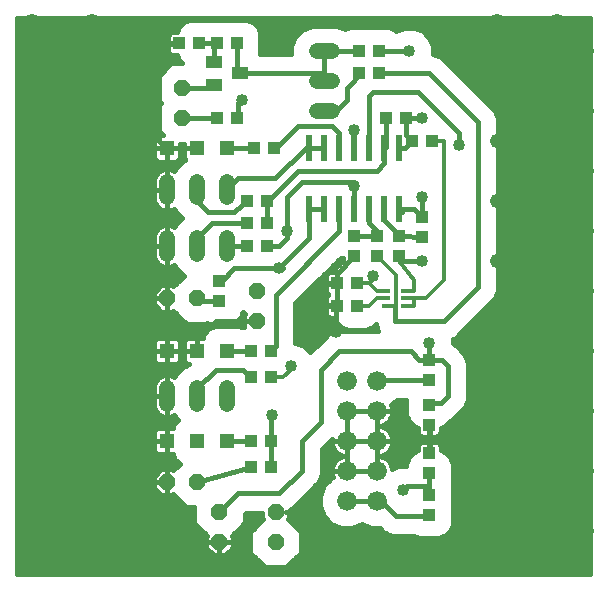
<source format=gtl>
G75*
%MOIN*%
%OFA0B0*%
%FSLAX25Y25*%
%IPPOS*%
%LPD*%
%AMOC8*
5,1,8,0,0,1.08239X$1,22.5*
%
%ADD10R,0.02362X0.08661*%
%ADD11R,0.04331X0.03937*%
%ADD12OC8,0.05200*%
%ADD13R,0.03937X0.04331*%
%ADD14R,0.05150X0.05150*%
%ADD15C,0.05200*%
%ADD16C,0.06600*%
%ADD17R,0.02756X0.01181*%
%ADD18R,0.05512X0.03937*%
%ADD19C,0.01600*%
%ADD20C,0.04000*%
%ADD21C,0.04800*%
%ADD22C,0.01200*%
D10*
X0099300Y0129064D03*
X0104300Y0129064D03*
X0109300Y0129064D03*
X0114300Y0129064D03*
X0119300Y0129064D03*
X0124300Y0129064D03*
X0129300Y0129064D03*
X0129300Y0149536D03*
X0124300Y0149536D03*
X0119300Y0149536D03*
X0114300Y0149536D03*
X0109300Y0149536D03*
X0104300Y0149536D03*
X0099300Y0149536D03*
D11*
X0114300Y0120146D03*
X0114300Y0113454D03*
X0121800Y0113454D03*
X0121800Y0120146D03*
X0129300Y0120146D03*
X0129300Y0113454D03*
X0136800Y0119704D03*
X0136800Y0126396D03*
X0139300Y0078896D03*
X0139300Y0072204D03*
X0139300Y0033896D03*
X0139300Y0027204D03*
X0069300Y0098454D03*
X0069300Y0105146D03*
D12*
X0061800Y0099300D03*
X0051800Y0099300D03*
X0081800Y0101800D03*
X0081800Y0091800D03*
X0061800Y0038050D03*
X0051800Y0038050D03*
X0069300Y0028050D03*
X0069300Y0018050D03*
X0088050Y0018050D03*
X0088050Y0028050D03*
X0056800Y0159300D03*
X0056800Y0169300D03*
D13*
X0068454Y0159300D03*
X0075146Y0159300D03*
X0080954Y0149300D03*
X0087646Y0149300D03*
X0085146Y0131800D03*
X0078454Y0131800D03*
X0078454Y0124300D03*
X0085146Y0124300D03*
X0085146Y0116800D03*
X0078454Y0116800D03*
X0108454Y0104300D03*
X0115146Y0104300D03*
X0115146Y0096800D03*
X0108454Y0096800D03*
X0086396Y0081800D03*
X0079704Y0081800D03*
X0079704Y0073050D03*
X0086396Y0073050D03*
X0086396Y0051800D03*
X0079704Y0051800D03*
X0079704Y0043050D03*
X0086396Y0043050D03*
X0139300Y0040954D03*
X0139300Y0047646D03*
X0139300Y0057204D03*
X0139300Y0063896D03*
X0140146Y0151800D03*
X0133454Y0151800D03*
X0131396Y0159300D03*
X0124704Y0159300D03*
X0122646Y0174300D03*
X0115954Y0174300D03*
X0115954Y0181800D03*
X0122646Y0181800D03*
X0075146Y0184300D03*
X0068454Y0184300D03*
X0062646Y0184300D03*
X0055954Y0184300D03*
D14*
X0051800Y0149300D03*
X0061800Y0149300D03*
X0071800Y0149300D03*
X0071800Y0081800D03*
X0061800Y0081800D03*
X0051800Y0081800D03*
X0051800Y0051800D03*
X0061800Y0051800D03*
X0071800Y0051800D03*
D15*
X0071800Y0064200D02*
X0071800Y0069400D01*
X0061800Y0069400D02*
X0061800Y0064200D01*
X0051800Y0064200D02*
X0051800Y0069400D01*
X0051800Y0114200D02*
X0051800Y0119400D01*
X0061800Y0119400D02*
X0061800Y0114200D01*
X0071800Y0114200D02*
X0071800Y0119400D01*
X0071800Y0132950D02*
X0071800Y0138150D01*
X0061800Y0138150D02*
X0061800Y0132950D01*
X0051800Y0132950D02*
X0051800Y0138150D01*
X0101700Y0161800D02*
X0106900Y0161800D01*
X0106900Y0171800D02*
X0101700Y0171800D01*
X0101700Y0181800D02*
X0106900Y0181800D01*
D16*
X0111800Y0071800D03*
X0111800Y0061800D03*
X0111800Y0051800D03*
X0111800Y0041800D03*
X0111800Y0031800D03*
X0121800Y0031800D03*
X0121800Y0041800D03*
X0121800Y0051800D03*
X0121800Y0061800D03*
X0121800Y0071800D03*
D17*
X0124900Y0096741D03*
X0124900Y0099300D03*
X0124900Y0101859D03*
X0131200Y0101859D03*
X0131200Y0099300D03*
X0131200Y0096741D03*
D18*
X0067469Y0170560D03*
X0067469Y0178040D03*
X0076131Y0174300D03*
D19*
X0001800Y0192850D02*
X0001800Y0007600D01*
X0192850Y0007600D01*
X0192850Y0192850D01*
X0001800Y0192850D01*
X0001800Y0192023D02*
X0058939Y0192023D01*
X0059524Y0192265D02*
X0057393Y0191382D01*
X0055761Y0189751D01*
X0055146Y0188265D01*
X0053748Y0188265D01*
X0053290Y0188143D01*
X0052880Y0187906D01*
X0052545Y0187571D01*
X0052308Y0187160D01*
X0052185Y0186702D01*
X0052185Y0184484D01*
X0054878Y0184484D01*
X0054878Y0184116D01*
X0052185Y0184116D01*
X0052185Y0181898D01*
X0052308Y0181440D01*
X0052545Y0181029D01*
X0052880Y0180694D01*
X0053290Y0180457D01*
X0053748Y0180335D01*
X0055146Y0180335D01*
X0055761Y0178849D01*
X0056910Y0177700D01*
X0053321Y0177700D01*
X0048400Y0172779D01*
X0048400Y0165821D01*
X0049921Y0164300D01*
X0048400Y0162779D01*
X0048400Y0155821D01*
X0050546Y0153675D01*
X0048988Y0153675D01*
X0048530Y0153552D01*
X0048120Y0153315D01*
X0047785Y0152980D01*
X0047548Y0152570D01*
X0047425Y0152112D01*
X0047425Y0149300D01*
X0051800Y0149300D01*
X0049300Y0151800D01*
X0049300Y0180550D01*
X0053050Y0184300D01*
X0055954Y0184300D01*
X0052185Y0184030D02*
X0001800Y0184030D01*
X0001800Y0182432D02*
X0052185Y0182432D01*
X0052741Y0180833D02*
X0001800Y0180833D01*
X0001800Y0179235D02*
X0055601Y0179235D01*
X0053257Y0177636D02*
X0001800Y0177636D01*
X0001800Y0176038D02*
X0051658Y0176038D01*
X0050060Y0174439D02*
X0001800Y0174439D01*
X0001800Y0172841D02*
X0048461Y0172841D01*
X0048400Y0171242D02*
X0001800Y0171242D01*
X0001800Y0169644D02*
X0048400Y0169644D01*
X0048400Y0168045D02*
X0001800Y0168045D01*
X0001800Y0166447D02*
X0048400Y0166447D01*
X0049372Y0164848D02*
X0001800Y0164848D01*
X0001800Y0163250D02*
X0048870Y0163250D01*
X0048400Y0161651D02*
X0001800Y0161651D01*
X0001800Y0160053D02*
X0048400Y0160053D01*
X0048400Y0158454D02*
X0001800Y0158454D01*
X0001800Y0156856D02*
X0048400Y0156856D01*
X0048964Y0155257D02*
X0001800Y0155257D01*
X0001800Y0153659D02*
X0048928Y0153659D01*
X0047425Y0152060D02*
X0001800Y0152060D01*
X0001800Y0150462D02*
X0047425Y0150462D01*
X0047425Y0149300D02*
X0047425Y0146488D01*
X0047548Y0146030D01*
X0047785Y0145620D01*
X0048120Y0145285D01*
X0048530Y0145048D01*
X0048988Y0144925D01*
X0051800Y0144925D01*
X0054612Y0144925D01*
X0055070Y0145048D01*
X0055480Y0145285D01*
X0055815Y0145620D01*
X0056052Y0146030D01*
X0056175Y0146488D01*
X0056175Y0149300D01*
X0056175Y0150900D01*
X0057425Y0150900D01*
X0057425Y0149300D01*
X0061800Y0149300D01*
X0051800Y0149300D01*
X0051800Y0135550D01*
X0051800Y0116800D01*
X0051800Y0099300D01*
X0051800Y0081800D01*
X0061800Y0081800D01*
X0061800Y0085550D01*
X0068050Y0091800D01*
X0081800Y0091800D01*
X0081450Y0091800D02*
X0077400Y0091800D01*
X0081450Y0091800D01*
X0081450Y0091800D01*
X0077400Y0091800D02*
X0077400Y0089977D01*
X0077612Y0089765D01*
X0076581Y0089765D01*
X0076549Y0089752D01*
X0075528Y0090175D01*
X0068071Y0090175D01*
X0065940Y0089292D01*
X0064308Y0087660D01*
X0063693Y0086175D01*
X0061800Y0086175D01*
X0061800Y0081800D01*
X0061800Y0081800D01*
X0061800Y0081800D01*
X0057425Y0081800D01*
X0057425Y0084612D01*
X0057548Y0085070D01*
X0057785Y0085480D01*
X0058120Y0085815D01*
X0058530Y0086052D01*
X0058988Y0086175D01*
X0061800Y0086175D01*
X0061800Y0081800D01*
X0057425Y0081800D01*
X0057425Y0078988D01*
X0057548Y0078530D01*
X0057785Y0078120D01*
X0058120Y0077785D01*
X0058530Y0077548D01*
X0058988Y0077425D01*
X0059224Y0077425D01*
X0057042Y0076521D01*
X0054679Y0074158D01*
X0054230Y0073074D01*
X0054106Y0073163D01*
X0053489Y0073478D01*
X0052830Y0073692D01*
X0052146Y0073800D01*
X0051800Y0073800D01*
X0051800Y0066800D01*
X0051800Y0081800D01*
X0051800Y0081800D01*
X0051800Y0086175D01*
X0054612Y0086175D01*
X0055070Y0086052D01*
X0055480Y0085815D01*
X0055815Y0085480D01*
X0056052Y0085070D01*
X0056175Y0084612D01*
X0056175Y0081800D01*
X0051800Y0081800D01*
X0051800Y0081800D01*
X0051800Y0081800D01*
X0047425Y0081800D01*
X0047425Y0084612D01*
X0047548Y0085070D01*
X0047785Y0085480D01*
X0048120Y0085815D01*
X0048530Y0086052D01*
X0048988Y0086175D01*
X0051800Y0086175D01*
X0051800Y0081800D01*
X0056175Y0081800D01*
X0056175Y0078988D01*
X0056052Y0078530D01*
X0055815Y0078120D01*
X0055480Y0077785D01*
X0055070Y0077548D01*
X0054612Y0077425D01*
X0051800Y0077425D01*
X0048988Y0077425D01*
X0048530Y0077548D01*
X0048120Y0077785D01*
X0047785Y0078120D01*
X0047548Y0078530D01*
X0047425Y0078988D01*
X0047425Y0081800D01*
X0051800Y0081800D01*
X0051800Y0077425D01*
X0051800Y0081800D01*
X0051800Y0081800D01*
X0051800Y0081726D02*
X0051800Y0081726D01*
X0051800Y0083324D02*
X0051800Y0083324D01*
X0051800Y0084923D02*
X0051800Y0084923D01*
X0047508Y0084923D02*
X0001800Y0084923D01*
X0001800Y0086521D02*
X0063836Y0086521D01*
X0064768Y0088120D02*
X0001800Y0088120D01*
X0001800Y0089718D02*
X0066969Y0089718D01*
X0065981Y0090685D02*
X0072619Y0090685D01*
X0074751Y0091568D01*
X0076382Y0093200D01*
X0077009Y0094712D01*
X0077749Y0093972D01*
X0077400Y0093623D01*
X0077400Y0091800D01*
X0077400Y0091317D02*
X0074144Y0091317D01*
X0076098Y0092915D02*
X0077400Y0092915D01*
X0077207Y0094514D02*
X0076927Y0094514D01*
X0069300Y0098454D02*
X0062646Y0098454D01*
X0061800Y0099300D01*
X0056305Y0092915D02*
X0001800Y0092915D01*
X0001800Y0091317D02*
X0057904Y0091317D01*
X0058321Y0090900D02*
X0065279Y0090900D01*
X0065333Y0090953D01*
X0065981Y0090685D01*
X0061800Y0084923D02*
X0061800Y0084923D01*
X0061800Y0083324D02*
X0061800Y0083324D01*
X0057425Y0083324D02*
X0056175Y0083324D01*
X0056175Y0081726D02*
X0057425Y0081726D01*
X0057425Y0080127D02*
X0056175Y0080127D01*
X0056051Y0078529D02*
X0057549Y0078529D01*
X0058029Y0076930D02*
X0001800Y0076930D01*
X0001800Y0075332D02*
X0055852Y0075332D01*
X0054503Y0073733D02*
X0052569Y0073733D01*
X0051800Y0073733D02*
X0051800Y0073733D01*
X0051800Y0073800D02*
X0051454Y0073800D01*
X0050770Y0073692D01*
X0050111Y0073478D01*
X0049494Y0073163D01*
X0048934Y0072756D01*
X0048444Y0072266D01*
X0048037Y0071706D01*
X0047722Y0071089D01*
X0047508Y0070430D01*
X0047400Y0069746D01*
X0047400Y0066800D01*
X0051800Y0066800D01*
X0051800Y0051800D01*
X0051800Y0038050D01*
X0051800Y0038050D01*
X0051800Y0042450D01*
X0053623Y0042450D01*
X0053972Y0042101D01*
X0056109Y0044238D01*
X0055940Y0044308D01*
X0054308Y0045940D01*
X0053693Y0047425D01*
X0051800Y0047425D01*
X0051800Y0051800D01*
X0051800Y0051800D01*
X0051800Y0056175D01*
X0053693Y0056175D01*
X0054308Y0057660D01*
X0055384Y0058736D01*
X0054679Y0059442D01*
X0054230Y0060526D01*
X0054106Y0060437D01*
X0053489Y0060122D01*
X0052830Y0059908D01*
X0052146Y0059800D01*
X0051800Y0059800D01*
X0051800Y0066800D01*
X0051800Y0066800D01*
X0051800Y0066800D01*
X0051800Y0066800D01*
X0051800Y0073800D01*
X0051031Y0073733D02*
X0001800Y0073733D01*
X0001800Y0072134D02*
X0048348Y0072134D01*
X0047543Y0070536D02*
X0001800Y0070536D01*
X0001800Y0068937D02*
X0047400Y0068937D01*
X0047400Y0067339D02*
X0001800Y0067339D01*
X0001800Y0065740D02*
X0047400Y0065740D01*
X0047400Y0066800D02*
X0047400Y0063854D01*
X0047508Y0063170D01*
X0047722Y0062511D01*
X0048037Y0061894D01*
X0048444Y0061334D01*
X0048934Y0060844D01*
X0049494Y0060437D01*
X0050111Y0060122D01*
X0050770Y0059908D01*
X0051454Y0059800D01*
X0051800Y0059800D01*
X0051800Y0066800D01*
X0047400Y0066800D01*
X0047400Y0064142D02*
X0001800Y0064142D01*
X0001800Y0062543D02*
X0047712Y0062543D01*
X0048833Y0060945D02*
X0001800Y0060945D01*
X0001800Y0059346D02*
X0054774Y0059346D01*
X0054396Y0057748D02*
X0001800Y0057748D01*
X0001800Y0056149D02*
X0048893Y0056149D01*
X0048988Y0056175D02*
X0048530Y0056052D01*
X0048120Y0055815D01*
X0047785Y0055480D01*
X0047548Y0055070D01*
X0047425Y0054612D01*
X0047425Y0051800D01*
X0051800Y0051800D01*
X0051800Y0051800D01*
X0051800Y0051800D01*
X0051800Y0056175D01*
X0048988Y0056175D01*
X0047425Y0054551D02*
X0001800Y0054551D01*
X0001800Y0052952D02*
X0047425Y0052952D01*
X0047425Y0051800D02*
X0047425Y0048988D01*
X0047548Y0048530D01*
X0047785Y0048120D01*
X0048120Y0047785D01*
X0048530Y0047548D01*
X0048988Y0047425D01*
X0051800Y0047425D01*
X0051800Y0051800D01*
X0047425Y0051800D01*
X0047425Y0051354D02*
X0001800Y0051354D01*
X0001800Y0049755D02*
X0047425Y0049755D01*
X0047764Y0048157D02*
X0001800Y0048157D01*
X0001800Y0046558D02*
X0054052Y0046558D01*
X0055288Y0044960D02*
X0001800Y0044960D01*
X0001800Y0043361D02*
X0055232Y0043361D01*
X0051800Y0042450D02*
X0049977Y0042450D01*
X0047400Y0039873D01*
X0047400Y0038050D01*
X0051800Y0038050D01*
X0051800Y0033650D01*
X0053623Y0033650D01*
X0053972Y0033999D01*
X0058321Y0029650D01*
X0060900Y0029650D01*
X0060900Y0024571D01*
X0065249Y0020222D01*
X0064900Y0019873D01*
X0064900Y0018050D01*
X0069300Y0018050D01*
X0073700Y0018050D01*
X0073700Y0019873D01*
X0073351Y0020222D01*
X0077700Y0024571D01*
X0077700Y0027116D01*
X0078284Y0027700D01*
X0083650Y0027700D01*
X0083650Y0026227D01*
X0083999Y0025878D01*
X0079650Y0021529D01*
X0079650Y0014571D01*
X0084571Y0009650D01*
X0091529Y0009650D01*
X0096450Y0014571D01*
X0096450Y0021529D01*
X0092101Y0025878D01*
X0092450Y0026227D01*
X0092450Y0028050D01*
X0092450Y0028461D01*
X0093039Y0028705D01*
X0100539Y0036205D01*
X0102395Y0038061D01*
X0103400Y0040487D01*
X0103400Y0049066D01*
X0106731Y0052397D01*
X0106700Y0052201D01*
X0106700Y0051800D01*
X0111800Y0051800D01*
X0111800Y0051800D01*
X0111800Y0061800D01*
X0121800Y0061800D01*
X0126900Y0061800D01*
X0126900Y0062201D01*
X0126774Y0062994D01*
X0126526Y0063758D01*
X0126463Y0063882D01*
X0126955Y0064085D01*
X0128473Y0065604D01*
X0131531Y0065604D01*
X0131531Y0060577D01*
X0132414Y0058446D01*
X0134046Y0056814D01*
X0135531Y0056199D01*
X0135531Y0054801D01*
X0135654Y0054343D01*
X0135891Y0053933D01*
X0136226Y0053598D01*
X0136637Y0053361D01*
X0137095Y0053238D01*
X0139116Y0053238D01*
X0139116Y0055931D01*
X0139484Y0055931D01*
X0139484Y0053238D01*
X0141505Y0053238D01*
X0141963Y0053361D01*
X0142374Y0053598D01*
X0142709Y0053933D01*
X0142946Y0054343D01*
X0143068Y0054801D01*
X0143068Y0056199D01*
X0144554Y0056814D01*
X0146185Y0058446D01*
X0146190Y0058457D01*
X0146789Y0058705D01*
X0149289Y0061205D01*
X0151145Y0063061D01*
X0152150Y0065487D01*
X0152150Y0078113D01*
X0151145Y0080539D01*
X0149049Y0082635D01*
X0147192Y0084492D01*
X0147100Y0084530D01*
X0147100Y0085816D01*
X0148039Y0086205D01*
X0149895Y0088061D01*
X0161145Y0099311D01*
X0162150Y0101737D01*
X0162150Y0159363D01*
X0161145Y0161789D01*
X0159289Y0163645D01*
X0143039Y0179895D01*
X0140613Y0180900D01*
X0140446Y0180900D01*
X0140446Y0183352D01*
X0139259Y0186218D01*
X0137065Y0188413D01*
X0134198Y0189600D01*
X0131095Y0189600D01*
X0128329Y0188454D01*
X0127900Y0188882D01*
X0125769Y0189765D01*
X0119524Y0189765D01*
X0119300Y0189672D01*
X0119076Y0189765D01*
X0112831Y0189765D01*
X0111226Y0189100D01*
X0108571Y0190200D01*
X0100029Y0190200D01*
X0096942Y0188921D01*
X0094579Y0186558D01*
X0093300Y0183471D01*
X0093300Y0180900D01*
X0082881Y0180900D01*
X0082915Y0180981D01*
X0082915Y0187619D01*
X0082032Y0189751D01*
X0080400Y0191382D01*
X0078269Y0192265D01*
X0072024Y0192265D01*
X0071800Y0192172D01*
X0071576Y0192265D01*
X0059524Y0192265D01*
X0056434Y0190424D02*
X0001800Y0190424D01*
X0001800Y0188826D02*
X0055378Y0188826D01*
X0052346Y0187227D02*
X0001800Y0187227D01*
X0001800Y0185629D02*
X0052185Y0185629D01*
X0062646Y0184300D02*
X0068454Y0184300D01*
X0067469Y0183316D01*
X0067469Y0178040D01*
X0067469Y0170560D02*
X0066209Y0169300D01*
X0056800Y0169300D01*
X0056800Y0159300D02*
X0068454Y0159300D01*
X0075146Y0159300D02*
X0075550Y0159704D01*
X0075550Y0164300D01*
X0076800Y0165550D01*
X0076131Y0174300D02*
X0104300Y0174300D01*
X0104300Y0171800D01*
X0104300Y0174300D02*
X0104300Y0181800D01*
X0115954Y0181800D01*
X0122646Y0181800D02*
X0132646Y0181800D01*
X0138250Y0187227D02*
X0192850Y0187227D01*
X0192850Y0185629D02*
X0139503Y0185629D01*
X0140165Y0184030D02*
X0192850Y0184030D01*
X0192850Y0182432D02*
X0140446Y0182432D01*
X0140774Y0180833D02*
X0192850Y0180833D01*
X0192850Y0179235D02*
X0143699Y0179235D01*
X0145298Y0177636D02*
X0192850Y0177636D01*
X0192850Y0176038D02*
X0146896Y0176038D01*
X0148495Y0174439D02*
X0192850Y0174439D01*
X0192850Y0172841D02*
X0150093Y0172841D01*
X0151692Y0171242D02*
X0192850Y0171242D01*
X0192850Y0169644D02*
X0153290Y0169644D01*
X0154889Y0168045D02*
X0192850Y0168045D01*
X0192850Y0166447D02*
X0156487Y0166447D01*
X0158086Y0164848D02*
X0192850Y0164848D01*
X0192850Y0163250D02*
X0159684Y0163250D01*
X0161202Y0161651D02*
X0192850Y0161651D01*
X0192850Y0160053D02*
X0161864Y0160053D01*
X0162150Y0158454D02*
X0192850Y0158454D01*
X0192850Y0156856D02*
X0162150Y0156856D01*
X0162150Y0155257D02*
X0192850Y0155257D01*
X0192850Y0153659D02*
X0162150Y0153659D01*
X0162150Y0152060D02*
X0192850Y0152060D01*
X0192850Y0150462D02*
X0162150Y0150462D01*
X0162150Y0148863D02*
X0192850Y0148863D01*
X0192850Y0147265D02*
X0162150Y0147265D01*
X0162150Y0145666D02*
X0192850Y0145666D01*
X0192850Y0144068D02*
X0162150Y0144068D01*
X0162150Y0142469D02*
X0192850Y0142469D01*
X0192850Y0140870D02*
X0162150Y0140870D01*
X0162150Y0139272D02*
X0192850Y0139272D01*
X0192850Y0137673D02*
X0162150Y0137673D01*
X0162150Y0136075D02*
X0192850Y0136075D01*
X0192850Y0134476D02*
X0162150Y0134476D01*
X0162150Y0132878D02*
X0192850Y0132878D01*
X0192850Y0131279D02*
X0162150Y0131279D01*
X0162150Y0129681D02*
X0192850Y0129681D01*
X0192850Y0128082D02*
X0162150Y0128082D01*
X0162150Y0126484D02*
X0192850Y0126484D01*
X0192850Y0124885D02*
X0162150Y0124885D01*
X0162150Y0123287D02*
X0192850Y0123287D01*
X0192850Y0121688D02*
X0162150Y0121688D01*
X0162150Y0120090D02*
X0192850Y0120090D01*
X0192850Y0118491D02*
X0162150Y0118491D01*
X0162150Y0116893D02*
X0192850Y0116893D01*
X0192850Y0115294D02*
X0162150Y0115294D01*
X0162150Y0113696D02*
X0192850Y0113696D01*
X0192850Y0112097D02*
X0162150Y0112097D01*
X0162150Y0110499D02*
X0192850Y0110499D01*
X0192850Y0108900D02*
X0162150Y0108900D01*
X0162150Y0107302D02*
X0192850Y0107302D01*
X0192850Y0105703D02*
X0162150Y0105703D01*
X0162150Y0104105D02*
X0192850Y0104105D01*
X0192850Y0102506D02*
X0162150Y0102506D01*
X0161806Y0100908D02*
X0192850Y0100908D01*
X0192850Y0099309D02*
X0161143Y0099309D01*
X0159544Y0097711D02*
X0192850Y0097711D01*
X0192850Y0096112D02*
X0157946Y0096112D01*
X0156347Y0094514D02*
X0192850Y0094514D01*
X0192850Y0092915D02*
X0154749Y0092915D01*
X0153150Y0091317D02*
X0192850Y0091317D01*
X0192850Y0089718D02*
X0151552Y0089718D01*
X0149953Y0088120D02*
X0192850Y0088120D01*
X0192850Y0086521D02*
X0148355Y0086521D01*
X0147100Y0084923D02*
X0192850Y0084923D01*
X0192850Y0083324D02*
X0148360Y0083324D01*
X0149958Y0081726D02*
X0192850Y0081726D01*
X0192850Y0080127D02*
X0151316Y0080127D01*
X0151978Y0078529D02*
X0192850Y0078529D01*
X0192850Y0076930D02*
X0152150Y0076930D01*
X0152150Y0075332D02*
X0192850Y0075332D01*
X0192850Y0073733D02*
X0152150Y0073733D01*
X0152150Y0072134D02*
X0192850Y0072134D01*
X0192850Y0070536D02*
X0152150Y0070536D01*
X0152150Y0068937D02*
X0192850Y0068937D01*
X0192850Y0067339D02*
X0152150Y0067339D01*
X0152150Y0065740D02*
X0192850Y0065740D01*
X0192850Y0064142D02*
X0151593Y0064142D01*
X0150627Y0062543D02*
X0192850Y0062543D01*
X0192850Y0060945D02*
X0149029Y0060945D01*
X0147430Y0059346D02*
X0192850Y0059346D01*
X0192850Y0057748D02*
X0145488Y0057748D01*
X0143068Y0056149D02*
X0192850Y0056149D01*
X0192850Y0054551D02*
X0143001Y0054551D01*
X0141963Y0051489D02*
X0141505Y0051612D01*
X0139484Y0051612D01*
X0139484Y0048919D01*
X0139116Y0048919D01*
X0139116Y0051612D01*
X0137095Y0051612D01*
X0136637Y0051489D01*
X0136226Y0051252D01*
X0135891Y0050917D01*
X0135654Y0050507D01*
X0135531Y0050049D01*
X0135531Y0048651D01*
X0134046Y0048036D01*
X0132414Y0046404D01*
X0131531Y0044273D01*
X0131531Y0043400D01*
X0130487Y0043400D01*
X0130366Y0043350D01*
X0128998Y0043350D01*
X0126858Y0042464D01*
X0126774Y0042994D01*
X0126526Y0043758D01*
X0126162Y0044473D01*
X0125690Y0045122D01*
X0125122Y0045690D01*
X0124473Y0046162D01*
X0123758Y0046526D01*
X0122994Y0046774D01*
X0122833Y0046800D01*
X0122994Y0046826D01*
X0123758Y0047074D01*
X0124473Y0047438D01*
X0125122Y0047910D01*
X0125690Y0048478D01*
X0126162Y0049127D01*
X0126526Y0049842D01*
X0126774Y0050606D01*
X0126900Y0051399D01*
X0126900Y0051800D01*
X0126900Y0052201D01*
X0126774Y0052994D01*
X0126526Y0053758D01*
X0126162Y0054473D01*
X0125690Y0055122D01*
X0125122Y0055690D01*
X0124473Y0056162D01*
X0123758Y0056526D01*
X0122994Y0056774D01*
X0122833Y0056800D01*
X0122994Y0056826D01*
X0123758Y0057074D01*
X0124473Y0057438D01*
X0125122Y0057910D01*
X0125690Y0058478D01*
X0126162Y0059127D01*
X0126526Y0059842D01*
X0126774Y0060606D01*
X0126900Y0061399D01*
X0126900Y0061800D01*
X0121800Y0061800D01*
X0121800Y0061800D01*
X0121800Y0061800D01*
X0121800Y0051800D01*
X0139300Y0051800D01*
X0139300Y0057204D01*
X0139116Y0054551D02*
X0139484Y0054551D01*
X0139300Y0051800D02*
X0139300Y0047646D01*
X0139116Y0049755D02*
X0139484Y0049755D01*
X0139484Y0051354D02*
X0139116Y0051354D01*
X0136402Y0051354D02*
X0126893Y0051354D01*
X0126900Y0051800D02*
X0121800Y0051800D01*
X0126900Y0051800D01*
X0126781Y0052952D02*
X0192850Y0052952D01*
X0192850Y0051354D02*
X0142198Y0051354D01*
X0142374Y0051252D02*
X0141963Y0051489D01*
X0142374Y0051252D02*
X0142709Y0050917D01*
X0142946Y0050507D01*
X0143068Y0050049D01*
X0143068Y0048651D01*
X0144554Y0048036D01*
X0146185Y0046404D01*
X0147068Y0044273D01*
X0147068Y0037634D01*
X0147039Y0037564D01*
X0147265Y0037019D01*
X0147265Y0030774D01*
X0147172Y0030550D01*
X0147265Y0030326D01*
X0147265Y0024081D01*
X0146382Y0021950D01*
X0144751Y0020318D01*
X0142619Y0019435D01*
X0135981Y0019435D01*
X0134134Y0020200D01*
X0126737Y0020200D01*
X0124311Y0021205D01*
X0122816Y0022700D01*
X0119990Y0022700D01*
X0116800Y0024021D01*
X0113610Y0022700D01*
X0109990Y0022700D01*
X0106645Y0024085D01*
X0104085Y0026645D01*
X0102700Y0029990D01*
X0102700Y0033610D01*
X0104085Y0036955D01*
X0106645Y0039515D01*
X0107137Y0039718D01*
X0107074Y0039842D01*
X0106826Y0040606D01*
X0106700Y0041399D01*
X0106700Y0041800D01*
X0111800Y0041800D01*
X0121800Y0041800D01*
X0121800Y0041800D01*
X0121800Y0051800D01*
X0121800Y0051800D01*
X0121800Y0051800D01*
X0121800Y0051800D01*
X0121800Y0056900D01*
X0121800Y0061800D01*
X0121800Y0061800D01*
X0116700Y0061800D01*
X0111800Y0061800D01*
X0111800Y0061800D01*
X0111800Y0061800D01*
X0111800Y0056900D01*
X0111800Y0051800D01*
X0121800Y0051800D01*
X0121800Y0051800D01*
X0121800Y0046900D01*
X0121800Y0041800D01*
X0121800Y0041800D01*
X0116700Y0041800D01*
X0111800Y0041800D01*
X0111800Y0041800D01*
X0111800Y0041800D01*
X0111800Y0051800D01*
X0111800Y0051800D01*
X0111800Y0051800D01*
X0111800Y0051800D01*
X0116700Y0051800D01*
X0121800Y0051800D01*
X0121800Y0051354D02*
X0121800Y0051354D01*
X0121800Y0052952D02*
X0121800Y0052952D01*
X0121800Y0054551D02*
X0121800Y0054551D01*
X0121800Y0056149D02*
X0121800Y0056149D01*
X0121800Y0057748D02*
X0121800Y0057748D01*
X0121800Y0059346D02*
X0121800Y0059346D01*
X0121800Y0060945D02*
X0121800Y0060945D01*
X0124899Y0057748D02*
X0133112Y0057748D01*
X0132041Y0059346D02*
X0126274Y0059346D01*
X0126828Y0060945D02*
X0131531Y0060945D01*
X0131531Y0062543D02*
X0126846Y0062543D01*
X0127011Y0064142D02*
X0131531Y0064142D01*
X0135531Y0056149D02*
X0124490Y0056149D01*
X0126105Y0054551D02*
X0135599Y0054551D01*
X0135531Y0049755D02*
X0126482Y0049755D01*
X0125369Y0048157D02*
X0134338Y0048157D01*
X0132568Y0046558D02*
X0123659Y0046558D01*
X0121800Y0046558D02*
X0121800Y0046558D01*
X0121800Y0044960D02*
X0121800Y0044960D01*
X0121800Y0043361D02*
X0121800Y0043361D01*
X0125808Y0044960D02*
X0131816Y0044960D01*
X0130394Y0043361D02*
X0126655Y0043361D01*
X0121800Y0048157D02*
X0121800Y0048157D01*
X0121800Y0049755D02*
X0121800Y0049755D01*
X0111800Y0049755D02*
X0111800Y0049755D01*
X0111800Y0048157D02*
X0111800Y0048157D01*
X0111800Y0046900D02*
X0111800Y0041800D01*
X0111800Y0041800D01*
X0106700Y0041800D01*
X0106700Y0042201D01*
X0106826Y0042994D01*
X0107074Y0043758D01*
X0107438Y0044473D01*
X0107910Y0045122D01*
X0108478Y0045690D01*
X0109127Y0046162D01*
X0109842Y0046526D01*
X0110606Y0046774D01*
X0110767Y0046800D01*
X0110606Y0046826D01*
X0109842Y0047074D01*
X0109127Y0047438D01*
X0108478Y0047910D01*
X0107910Y0048478D01*
X0107438Y0049127D01*
X0107074Y0049842D01*
X0106826Y0050606D01*
X0106700Y0051399D01*
X0106700Y0051800D01*
X0111800Y0051800D01*
X0111800Y0046900D01*
X0111800Y0046558D02*
X0111800Y0046558D01*
X0111800Y0044960D02*
X0111800Y0044960D01*
X0111800Y0043361D02*
X0111800Y0043361D01*
X0109941Y0046558D02*
X0103400Y0046558D01*
X0103400Y0044960D02*
X0107792Y0044960D01*
X0106945Y0043361D02*
X0103400Y0043361D01*
X0103400Y0041763D02*
X0106700Y0041763D01*
X0106969Y0040164D02*
X0103266Y0040164D01*
X0102604Y0038566D02*
X0105696Y0038566D01*
X0104098Y0036967D02*
X0101301Y0036967D01*
X0099703Y0035369D02*
X0103428Y0035369D01*
X0102766Y0033770D02*
X0098104Y0033770D01*
X0096506Y0032172D02*
X0102700Y0032172D01*
X0102700Y0030573D02*
X0094907Y0030573D01*
X0093309Y0028975D02*
X0103121Y0028975D01*
X0103783Y0027376D02*
X0092450Y0027376D01*
X0092450Y0028050D02*
X0091458Y0028050D01*
X0092450Y0028050D01*
X0091458Y0028050D02*
X0091458Y0028050D01*
X0092202Y0025778D02*
X0104953Y0025778D01*
X0106552Y0024179D02*
X0093800Y0024179D01*
X0095399Y0022581D02*
X0122936Y0022581D01*
X0124849Y0020982D02*
X0096450Y0020982D01*
X0096450Y0019384D02*
X0192850Y0019384D01*
X0192850Y0020982D02*
X0145415Y0020982D01*
X0146644Y0022581D02*
X0192850Y0022581D01*
X0192850Y0024179D02*
X0147265Y0024179D01*
X0147265Y0025778D02*
X0192850Y0025778D01*
X0192850Y0027376D02*
X0147265Y0027376D01*
X0147265Y0028975D02*
X0192850Y0028975D01*
X0192850Y0030573D02*
X0147182Y0030573D01*
X0147265Y0032172D02*
X0192850Y0032172D01*
X0192850Y0033770D02*
X0147265Y0033770D01*
X0147265Y0035369D02*
X0192850Y0035369D01*
X0192850Y0036967D02*
X0147265Y0036967D01*
X0147068Y0038566D02*
X0192850Y0038566D01*
X0192850Y0040164D02*
X0147068Y0040164D01*
X0147068Y0041763D02*
X0192850Y0041763D01*
X0192850Y0043361D02*
X0147068Y0043361D01*
X0146784Y0044960D02*
X0192850Y0044960D01*
X0192850Y0046558D02*
X0146032Y0046558D01*
X0144262Y0048157D02*
X0192850Y0048157D01*
X0192850Y0049755D02*
X0143068Y0049755D01*
X0139300Y0040954D02*
X0139300Y0036800D01*
X0131800Y0036800D01*
X0130550Y0035550D01*
X0123050Y0031800D02*
X0128050Y0026800D01*
X0138896Y0026800D01*
X0139300Y0027204D01*
X0139300Y0033896D02*
X0139300Y0036800D01*
X0123050Y0031800D02*
X0121800Y0031800D01*
X0111800Y0031800D01*
X0096800Y0041800D02*
X0096800Y0051800D01*
X0103050Y0058050D01*
X0103050Y0075550D01*
X0109300Y0081800D01*
X0133050Y0081800D01*
X0135954Y0078896D01*
X0139300Y0078896D01*
X0139300Y0084300D01*
X0139300Y0078896D02*
X0143454Y0078896D01*
X0145550Y0076800D01*
X0145550Y0066800D01*
X0143050Y0064300D01*
X0139704Y0064300D01*
X0139300Y0063896D01*
X0139300Y0072204D02*
X0122204Y0072204D01*
X0121800Y0071800D01*
X0111800Y0060945D02*
X0111800Y0060945D01*
X0111800Y0059346D02*
X0111800Y0059346D01*
X0111800Y0057748D02*
X0111800Y0057748D01*
X0111800Y0056149D02*
X0111800Y0056149D01*
X0111800Y0054551D02*
X0111800Y0054551D01*
X0111800Y0052952D02*
X0111800Y0052952D01*
X0111800Y0051354D02*
X0111800Y0051354D01*
X0108231Y0048157D02*
X0103400Y0048157D01*
X0104089Y0049755D02*
X0107118Y0049755D01*
X0106707Y0051354D02*
X0105688Y0051354D01*
X0096800Y0041800D02*
X0089300Y0034300D01*
X0075550Y0034300D01*
X0069300Y0028050D01*
X0075710Y0022581D02*
X0080701Y0022581D01*
X0079650Y0020982D02*
X0074112Y0020982D01*
X0073700Y0019384D02*
X0079650Y0019384D01*
X0079650Y0017785D02*
X0073700Y0017785D01*
X0073700Y0018050D02*
X0073700Y0016227D01*
X0071123Y0013650D01*
X0069300Y0013650D01*
X0069300Y0018050D01*
X0069300Y0018050D01*
X0073700Y0018050D01*
X0073659Y0016187D02*
X0079650Y0016187D01*
X0079650Y0014588D02*
X0072061Y0014588D01*
X0069300Y0014588D02*
X0069300Y0014588D01*
X0069300Y0013650D02*
X0067477Y0013650D01*
X0064900Y0016227D01*
X0064900Y0018050D01*
X0069300Y0018050D01*
X0069300Y0018050D01*
X0069300Y0018050D01*
X0069300Y0013650D01*
X0066539Y0014588D02*
X0001800Y0014588D01*
X0001800Y0012990D02*
X0081231Y0012990D01*
X0082830Y0011391D02*
X0001800Y0011391D01*
X0001800Y0009793D02*
X0084428Y0009793D01*
X0091672Y0009793D02*
X0192850Y0009793D01*
X0192850Y0011391D02*
X0093270Y0011391D01*
X0094869Y0012990D02*
X0192850Y0012990D01*
X0192850Y0014588D02*
X0096450Y0014588D01*
X0096450Y0016187D02*
X0192850Y0016187D01*
X0192850Y0017785D02*
X0096450Y0017785D01*
X0083898Y0025778D02*
X0077700Y0025778D01*
X0077960Y0027376D02*
X0083650Y0027376D01*
X0082300Y0024179D02*
X0077309Y0024179D01*
X0069300Y0017785D02*
X0069300Y0017785D01*
X0069300Y0016187D02*
X0069300Y0016187D01*
X0064941Y0016187D02*
X0001800Y0016187D01*
X0001800Y0017785D02*
X0064900Y0017785D01*
X0064900Y0019384D02*
X0001800Y0019384D01*
X0001800Y0020982D02*
X0064488Y0020982D01*
X0062890Y0022581D02*
X0001800Y0022581D01*
X0001800Y0024179D02*
X0061291Y0024179D01*
X0060900Y0025778D02*
X0001800Y0025778D01*
X0001800Y0027376D02*
X0060900Y0027376D01*
X0060900Y0028975D02*
X0001800Y0028975D01*
X0001800Y0030573D02*
X0057397Y0030573D01*
X0055799Y0032172D02*
X0001800Y0032172D01*
X0001800Y0033770D02*
X0049857Y0033770D01*
X0049977Y0033650D02*
X0051800Y0033650D01*
X0051800Y0038050D01*
X0051800Y0038050D01*
X0051800Y0038050D01*
X0051800Y0042450D01*
X0051800Y0041763D02*
X0051800Y0041763D01*
X0051800Y0040164D02*
X0051800Y0040164D01*
X0051800Y0038566D02*
X0051800Y0038566D01*
X0051800Y0038050D02*
X0047400Y0038050D01*
X0047400Y0036227D01*
X0049977Y0033650D01*
X0051800Y0033770D02*
X0051800Y0033770D01*
X0051800Y0035369D02*
X0051800Y0035369D01*
X0051800Y0036967D02*
X0051800Y0036967D01*
X0048259Y0035369D02*
X0001800Y0035369D01*
X0001800Y0036967D02*
X0047400Y0036967D01*
X0047400Y0038566D02*
X0001800Y0038566D01*
X0001800Y0040164D02*
X0047692Y0040164D01*
X0049290Y0041763D02*
X0001800Y0041763D01*
X0001800Y0008194D02*
X0192850Y0008194D01*
X0122280Y0088400D02*
X0107987Y0088400D01*
X0105561Y0087395D01*
X0103705Y0085539D01*
X0099524Y0081357D01*
X0097468Y0083413D01*
X0094650Y0084580D01*
X0094650Y0097816D01*
X0109730Y0112896D01*
X0110335Y0112646D01*
X0110335Y0111565D01*
X0109893Y0111382D01*
X0108261Y0109751D01*
X0107646Y0108265D01*
X0106248Y0108265D01*
X0105790Y0108143D01*
X0105380Y0107906D01*
X0105045Y0107571D01*
X0104808Y0107160D01*
X0104685Y0106702D01*
X0104685Y0104484D01*
X0107378Y0104484D01*
X0107378Y0104116D01*
X0104685Y0104116D01*
X0104685Y0101898D01*
X0104808Y0101440D01*
X0105045Y0101029D01*
X0105380Y0100694D01*
X0105630Y0100550D01*
X0105380Y0100406D01*
X0105045Y0100071D01*
X0104808Y0099660D01*
X0104685Y0099202D01*
X0104685Y0096984D01*
X0107378Y0096984D01*
X0107378Y0096616D01*
X0104685Y0096616D01*
X0104685Y0094398D01*
X0104808Y0093940D01*
X0105045Y0093529D01*
X0105380Y0093194D01*
X0105790Y0092957D01*
X0106248Y0092835D01*
X0107646Y0092835D01*
X0108261Y0091349D01*
X0109893Y0089718D01*
X0112024Y0088835D01*
X0118269Y0088835D01*
X0120400Y0089718D01*
X0121391Y0090708D01*
X0121391Y0090546D01*
X0122280Y0088400D01*
X0121734Y0089718D02*
X0120401Y0089718D01*
X0127991Y0091859D02*
X0127991Y0096741D01*
X0127991Y0091859D02*
X0128050Y0091800D01*
X0144300Y0091800D01*
X0155550Y0103050D01*
X0155550Y0158050D01*
X0139300Y0174300D01*
X0122646Y0174300D01*
X0120550Y0168050D02*
X0119300Y0166800D01*
X0119300Y0149536D01*
X0114300Y0149536D02*
X0114300Y0155550D01*
X0109300Y0154300D02*
X0109300Y0149536D01*
X0109300Y0154300D02*
X0106800Y0156800D01*
X0095550Y0156800D01*
X0088050Y0149300D01*
X0087646Y0149300D01*
X0080954Y0149300D02*
X0071800Y0149300D01*
X0061800Y0149300D02*
X0057425Y0149300D01*
X0057425Y0146488D01*
X0057548Y0146030D01*
X0057785Y0145620D01*
X0057814Y0145591D01*
X0057042Y0145271D01*
X0054679Y0142908D01*
X0054230Y0141824D01*
X0054106Y0141913D01*
X0053489Y0142228D01*
X0052830Y0142442D01*
X0052146Y0142550D01*
X0051800Y0142550D01*
X0051800Y0135550D01*
X0051800Y0135550D01*
X0051800Y0128550D01*
X0052146Y0128550D01*
X0052830Y0128658D01*
X0053489Y0128872D01*
X0054106Y0129187D01*
X0054230Y0129276D01*
X0054679Y0128192D01*
X0056696Y0126175D01*
X0054679Y0124158D01*
X0054230Y0123074D01*
X0054106Y0123163D01*
X0053489Y0123478D01*
X0052830Y0123692D01*
X0052146Y0123800D01*
X0051800Y0123800D01*
X0051800Y0116800D01*
X0051800Y0116800D01*
X0051800Y0109800D01*
X0052146Y0109800D01*
X0052830Y0109908D01*
X0053489Y0110122D01*
X0054106Y0110437D01*
X0054230Y0110526D01*
X0054679Y0109442D01*
X0057042Y0107079D01*
X0057507Y0106886D01*
X0053972Y0103351D01*
X0053623Y0103700D01*
X0051800Y0103700D01*
X0051800Y0099300D01*
X0051800Y0099300D01*
X0051800Y0094900D01*
X0053623Y0094900D01*
X0053972Y0095249D01*
X0058321Y0090900D01*
X0054707Y0094514D02*
X0001800Y0094514D01*
X0001800Y0096112D02*
X0048765Y0096112D01*
X0049977Y0094900D02*
X0051800Y0094900D01*
X0051800Y0099300D01*
X0051800Y0099300D01*
X0051800Y0099300D01*
X0047400Y0099300D01*
X0047400Y0101123D01*
X0049977Y0103700D01*
X0051800Y0103700D01*
X0051800Y0099300D01*
X0047400Y0099300D01*
X0047400Y0097477D01*
X0049977Y0094900D01*
X0051800Y0096112D02*
X0051800Y0096112D01*
X0051800Y0097711D02*
X0051800Y0097711D01*
X0051800Y0099309D02*
X0051800Y0099309D01*
X0051800Y0100908D02*
X0051800Y0100908D01*
X0051800Y0102506D02*
X0051800Y0102506D01*
X0048784Y0102506D02*
X0001800Y0102506D01*
X0001800Y0100908D02*
X0047400Y0100908D01*
X0047400Y0099309D02*
X0001800Y0099309D01*
X0001800Y0097711D02*
X0047400Y0097711D01*
X0054725Y0104105D02*
X0001800Y0104105D01*
X0001800Y0105703D02*
X0056324Y0105703D01*
X0056819Y0107302D02*
X0001800Y0107302D01*
X0001800Y0108900D02*
X0055220Y0108900D01*
X0054241Y0110499D02*
X0054191Y0110499D01*
X0051800Y0110499D02*
X0051800Y0110499D01*
X0051800Y0109800D02*
X0051800Y0116800D01*
X0051800Y0116800D01*
X0051800Y0116800D01*
X0047400Y0116800D01*
X0047400Y0119746D01*
X0047508Y0120430D01*
X0047722Y0121089D01*
X0048037Y0121706D01*
X0048444Y0122266D01*
X0048934Y0122756D01*
X0049494Y0123163D01*
X0050111Y0123478D01*
X0050770Y0123692D01*
X0051454Y0123800D01*
X0051800Y0123800D01*
X0051800Y0116800D01*
X0047400Y0116800D01*
X0047400Y0113854D01*
X0047508Y0113170D01*
X0047722Y0112511D01*
X0048037Y0111894D01*
X0048444Y0111334D01*
X0048934Y0110844D01*
X0049494Y0110437D01*
X0050111Y0110122D01*
X0050770Y0109908D01*
X0051454Y0109800D01*
X0051800Y0109800D01*
X0051800Y0112097D02*
X0051800Y0112097D01*
X0051800Y0113696D02*
X0051800Y0113696D01*
X0051800Y0115294D02*
X0051800Y0115294D01*
X0051800Y0116893D02*
X0051800Y0116893D01*
X0051800Y0118491D02*
X0051800Y0118491D01*
X0051800Y0120090D02*
X0051800Y0120090D01*
X0051800Y0121688D02*
X0051800Y0121688D01*
X0051800Y0123287D02*
X0051800Y0123287D01*
X0049737Y0123287D02*
X0001800Y0123287D01*
X0001800Y0124885D02*
X0055406Y0124885D01*
X0056387Y0126484D02*
X0001800Y0126484D01*
X0001800Y0128082D02*
X0054788Y0128082D01*
X0051800Y0128550D02*
X0051800Y0135550D01*
X0051800Y0135550D01*
X0051800Y0135550D01*
X0047400Y0135550D01*
X0047400Y0138496D01*
X0047508Y0139180D01*
X0047722Y0139839D01*
X0048037Y0140456D01*
X0048444Y0141016D01*
X0048934Y0141506D01*
X0049494Y0141913D01*
X0050111Y0142228D01*
X0050770Y0142442D01*
X0051454Y0142550D01*
X0051800Y0142550D01*
X0051800Y0135550D01*
X0047400Y0135550D01*
X0047400Y0132604D01*
X0047508Y0131920D01*
X0047722Y0131261D01*
X0048037Y0130644D01*
X0048444Y0130084D01*
X0048934Y0129594D01*
X0049494Y0129187D01*
X0050111Y0128872D01*
X0050770Y0128658D01*
X0051454Y0128550D01*
X0051800Y0128550D01*
X0051800Y0129681D02*
X0051800Y0129681D01*
X0051800Y0131279D02*
X0051800Y0131279D01*
X0051800Y0132878D02*
X0051800Y0132878D01*
X0051800Y0134476D02*
X0051800Y0134476D01*
X0051800Y0136075D02*
X0051800Y0136075D01*
X0051800Y0137673D02*
X0051800Y0137673D01*
X0051800Y0139272D02*
X0051800Y0139272D01*
X0051800Y0140870D02*
X0051800Y0140870D01*
X0051800Y0142469D02*
X0051800Y0142469D01*
X0050942Y0142469D02*
X0001800Y0142469D01*
X0001800Y0144068D02*
X0055838Y0144068D01*
X0055842Y0145666D02*
X0057758Y0145666D01*
X0057425Y0147265D02*
X0056175Y0147265D01*
X0056175Y0148863D02*
X0057425Y0148863D01*
X0056175Y0149300D02*
X0051800Y0149300D01*
X0056175Y0149300D01*
X0056175Y0150462D02*
X0057425Y0150462D01*
X0061800Y0149300D02*
X0061800Y0149300D01*
X0054497Y0142469D02*
X0052658Y0142469D01*
X0051800Y0144925D02*
X0051800Y0149300D01*
X0051800Y0149300D01*
X0051800Y0149300D01*
X0051800Y0149300D01*
X0051800Y0144925D01*
X0051800Y0145666D02*
X0051800Y0145666D01*
X0051800Y0147265D02*
X0051800Y0147265D01*
X0051800Y0148863D02*
X0051800Y0148863D01*
X0051800Y0149300D02*
X0047425Y0149300D01*
X0047425Y0148863D02*
X0001800Y0148863D01*
X0001800Y0147265D02*
X0047425Y0147265D01*
X0047758Y0145666D02*
X0001800Y0145666D01*
X0001800Y0140870D02*
X0048338Y0140870D01*
X0047538Y0139272D02*
X0001800Y0139272D01*
X0001800Y0137673D02*
X0047400Y0137673D01*
X0047400Y0136075D02*
X0001800Y0136075D01*
X0001800Y0134476D02*
X0047400Y0134476D01*
X0047400Y0132878D02*
X0001800Y0132878D01*
X0001800Y0131279D02*
X0047716Y0131279D01*
X0048847Y0129681D02*
X0001800Y0129681D01*
X0001800Y0121688D02*
X0048028Y0121688D01*
X0047454Y0120090D02*
X0001800Y0120090D01*
X0001800Y0118491D02*
X0047400Y0118491D01*
X0047400Y0116893D02*
X0001800Y0116893D01*
X0001800Y0115294D02*
X0047400Y0115294D01*
X0047425Y0113696D02*
X0001800Y0113696D01*
X0001800Y0112097D02*
X0047933Y0112097D01*
X0049409Y0110499D02*
X0001800Y0110499D01*
X0001800Y0083324D02*
X0047425Y0083324D01*
X0047425Y0081726D02*
X0001800Y0081726D01*
X0001800Y0080127D02*
X0047425Y0080127D01*
X0047549Y0078529D02*
X0001800Y0078529D01*
X0051800Y0078529D02*
X0051800Y0078529D01*
X0051800Y0080127D02*
X0051800Y0080127D01*
X0056092Y0084923D02*
X0057508Y0084923D01*
X0068050Y0075550D02*
X0061800Y0069300D01*
X0061800Y0066800D01*
X0068050Y0075550D02*
X0077204Y0075550D01*
X0079704Y0073050D01*
X0079704Y0081800D02*
X0071800Y0081800D01*
X0086396Y0081800D02*
X0088050Y0083454D01*
X0088050Y0100550D01*
X0109300Y0121800D01*
X0109300Y0129064D01*
X0104300Y0129064D02*
X0099300Y0129064D01*
X0099300Y0119300D01*
X0089300Y0109300D01*
X0090550Y0109300D01*
X0089300Y0109300D02*
X0074300Y0109300D01*
X0070146Y0105146D01*
X0069300Y0105146D01*
X0071800Y0116800D02*
X0078454Y0116800D01*
X0085146Y0116800D02*
X0089300Y0116800D01*
X0091800Y0119300D01*
X0091800Y0121800D01*
X0091800Y0133050D01*
X0096800Y0138050D01*
X0114300Y0138050D01*
X0114300Y0136800D01*
X0114300Y0129064D01*
X0119300Y0129064D02*
X0119300Y0124300D01*
X0121800Y0121800D01*
X0121800Y0120146D01*
X0114300Y0120146D01*
X0114300Y0113454D02*
X0108454Y0107607D01*
X0108454Y0104300D01*
X0108454Y0096800D01*
X0108050Y0096396D01*
X0108050Y0088050D01*
X0107310Y0088120D02*
X0094650Y0088120D01*
X0094650Y0089718D02*
X0109892Y0089718D01*
X0108294Y0091317D02*
X0094650Y0091317D01*
X0094650Y0092915D02*
X0105948Y0092915D01*
X0104685Y0094514D02*
X0094650Y0094514D01*
X0094650Y0096112D02*
X0104685Y0096112D01*
X0104685Y0097711D02*
X0094650Y0097711D01*
X0096143Y0099309D02*
X0104714Y0099309D01*
X0105166Y0100908D02*
X0097741Y0100908D01*
X0099340Y0102506D02*
X0104685Y0102506D01*
X0104685Y0104105D02*
X0100939Y0104105D01*
X0102537Y0105703D02*
X0104685Y0105703D01*
X0104889Y0107302D02*
X0104136Y0107302D01*
X0105734Y0108900D02*
X0107909Y0108900D01*
X0107333Y0110499D02*
X0109009Y0110499D01*
X0108931Y0112097D02*
X0110335Y0112097D01*
X0124300Y0125550D02*
X0124300Y0129064D01*
X0124300Y0125550D02*
X0129300Y0120550D01*
X0129300Y0120146D01*
X0130107Y0120146D01*
X0136800Y0119704D01*
X0136800Y0126396D02*
X0136800Y0133050D01*
X0134133Y0129064D02*
X0129300Y0129064D01*
X0130314Y0128050D01*
X0134133Y0129064D02*
X0136800Y0126396D01*
X0129300Y0113454D02*
X0130954Y0111800D01*
X0136800Y0111800D01*
X0129300Y0113454D02*
X0128700Y0112853D01*
X0104687Y0086521D02*
X0094650Y0086521D01*
X0094650Y0084923D02*
X0103089Y0084923D01*
X0101490Y0083324D02*
X0097557Y0083324D01*
X0099155Y0081726D02*
X0099892Y0081726D01*
X0086800Y0060550D02*
X0086396Y0060146D01*
X0086396Y0051800D01*
X0086396Y0043050D01*
X0079704Y0043050D02*
X0061800Y0038050D01*
X0054200Y0033770D02*
X0053743Y0033770D01*
X0051800Y0048157D02*
X0051800Y0048157D01*
X0051800Y0049755D02*
X0051800Y0049755D01*
X0051800Y0051354D02*
X0051800Y0051354D01*
X0051800Y0052952D02*
X0051800Y0052952D01*
X0051800Y0054551D02*
X0051800Y0054551D01*
X0051800Y0056149D02*
X0051800Y0056149D01*
X0051800Y0060945D02*
X0051800Y0060945D01*
X0051800Y0062543D02*
X0051800Y0062543D01*
X0051800Y0064142D02*
X0051800Y0064142D01*
X0051800Y0065740D02*
X0051800Y0065740D01*
X0051800Y0067339D02*
X0051800Y0067339D01*
X0051800Y0068937D02*
X0051800Y0068937D01*
X0051800Y0070536D02*
X0051800Y0070536D01*
X0051800Y0072134D02*
X0051800Y0072134D01*
X0071800Y0051800D02*
X0079704Y0051800D01*
X0061800Y0116800D02*
X0061800Y0119300D01*
X0066800Y0124300D01*
X0078454Y0124300D01*
X0074300Y0128050D02*
X0076800Y0130550D01*
X0078050Y0132204D01*
X0078454Y0131800D01*
X0074300Y0128050D02*
X0065550Y0128050D01*
X0061800Y0131800D01*
X0061800Y0135550D01*
X0071800Y0135550D02*
X0075550Y0139300D01*
X0087814Y0139300D01*
X0098050Y0149300D01*
X0098286Y0149536D01*
X0099300Y0149536D01*
X0104300Y0149536D01*
X0095550Y0141800D02*
X0121800Y0141800D01*
X0124300Y0144300D01*
X0124300Y0149536D01*
X0124704Y0149940D01*
X0124704Y0159300D01*
X0131396Y0159300D02*
X0131396Y0153857D01*
X0133454Y0151800D01*
X0131190Y0149536D01*
X0129300Y0149536D01*
X0131396Y0159300D02*
X0136800Y0159300D01*
X0135550Y0168050D02*
X0149300Y0154300D01*
X0149300Y0150550D01*
X0135550Y0168050D02*
X0120550Y0168050D01*
X0114300Y0171800D02*
X0115954Y0174300D01*
X0114300Y0171800D02*
X0111800Y0169300D01*
X0111800Y0165550D01*
X0108050Y0161800D01*
X0104300Y0161800D01*
X0095550Y0141800D02*
X0085550Y0131800D01*
X0085146Y0131800D01*
X0085146Y0124300D01*
X0054318Y0123287D02*
X0053863Y0123287D01*
X0076131Y0174300D02*
X0075146Y0175284D01*
X0075146Y0184300D01*
X0081358Y0190424D02*
X0192850Y0190424D01*
X0192850Y0188826D02*
X0136067Y0188826D01*
X0129226Y0188826D02*
X0127957Y0188826D01*
X0096846Y0188826D02*
X0082415Y0188826D01*
X0082915Y0187227D02*
X0095248Y0187227D01*
X0094194Y0185629D02*
X0082915Y0185629D01*
X0082915Y0184030D02*
X0093532Y0184030D01*
X0093300Y0182432D02*
X0082915Y0182432D01*
X0078854Y0192023D02*
X0192850Y0192023D01*
D20*
X0149300Y0150550D03*
X0136800Y0159300D03*
X0114300Y0155550D03*
X0114300Y0136800D03*
X0136800Y0133050D03*
X0136800Y0111800D03*
X0120550Y0106800D03*
X0108050Y0088050D03*
X0093050Y0076800D03*
X0086800Y0060550D03*
X0130550Y0035550D03*
X0139300Y0084300D03*
X0091800Y0121800D03*
X0089300Y0109300D03*
X0076800Y0165550D03*
X0132646Y0181800D03*
D21*
X0161800Y0171800D03*
X0171800Y0161800D03*
X0161800Y0151800D03*
X0171800Y0141800D03*
X0161800Y0131800D03*
X0171800Y0121800D03*
X0161800Y0111800D03*
X0171800Y0101800D03*
X0161800Y0091800D03*
X0171800Y0081800D03*
X0161800Y0071800D03*
X0171800Y0061800D03*
X0161800Y0051800D03*
X0171800Y0041800D03*
X0161800Y0031800D03*
X0171800Y0021800D03*
X0161800Y0011800D03*
X0181800Y0011800D03*
X0191800Y0021800D03*
X0181800Y0031800D03*
X0191800Y0041800D03*
X0181800Y0051800D03*
X0191800Y0061800D03*
X0181800Y0071800D03*
X0191800Y0081800D03*
X0181800Y0091800D03*
X0191800Y0101800D03*
X0181800Y0111800D03*
X0191800Y0121800D03*
X0181800Y0131800D03*
X0191800Y0141800D03*
X0181800Y0151800D03*
X0191800Y0161800D03*
X0181800Y0171800D03*
X0171800Y0181800D03*
X0161800Y0191800D03*
X0181800Y0191800D03*
X0191800Y0181800D03*
X0026800Y0171800D03*
X0016800Y0161800D03*
X0006800Y0151800D03*
X0016800Y0141800D03*
X0006800Y0131800D03*
X0016800Y0121800D03*
X0006800Y0111800D03*
X0016800Y0101800D03*
X0006800Y0091800D03*
X0016800Y0081800D03*
X0006800Y0071800D03*
X0016800Y0061800D03*
X0006800Y0051800D03*
X0016800Y0041800D03*
X0006800Y0031800D03*
X0016800Y0021800D03*
X0006800Y0011800D03*
X0026800Y0011800D03*
X0026800Y0031800D03*
X0026800Y0051800D03*
X0026800Y0071800D03*
X0026800Y0091800D03*
X0026800Y0111800D03*
X0026800Y0131800D03*
X0026800Y0151800D03*
X0006800Y0171800D03*
X0016800Y0181800D03*
X0006800Y0191800D03*
X0026800Y0191800D03*
D22*
X0115146Y0104300D02*
X0119300Y0104300D01*
X0120550Y0105550D01*
X0120550Y0106800D01*
X0119300Y0104300D02*
X0121800Y0101800D01*
X0124841Y0101800D01*
X0124900Y0101859D01*
X0124900Y0099300D02*
X0121800Y0099300D01*
X0119300Y0096800D01*
X0115146Y0096800D01*
X0124900Y0096741D02*
X0127991Y0096741D01*
X0128050Y0096800D01*
X0128050Y0107204D01*
X0121800Y0113454D01*
X0129300Y0113454D02*
X0129300Y0111800D01*
X0134300Y0105550D01*
X0134300Y0101800D01*
X0131259Y0101800D01*
X0131200Y0101859D01*
X0131200Y0099300D02*
X0134300Y0099300D01*
X0138050Y0099300D01*
X0144300Y0105550D01*
X0144300Y0151800D01*
X0140146Y0151800D01*
X0134300Y0099300D02*
X0134300Y0096800D01*
X0131259Y0096800D01*
X0131200Y0096741D01*
X0093050Y0076800D02*
X0093050Y0075550D01*
X0090550Y0073050D01*
X0086396Y0073050D01*
M02*

</source>
